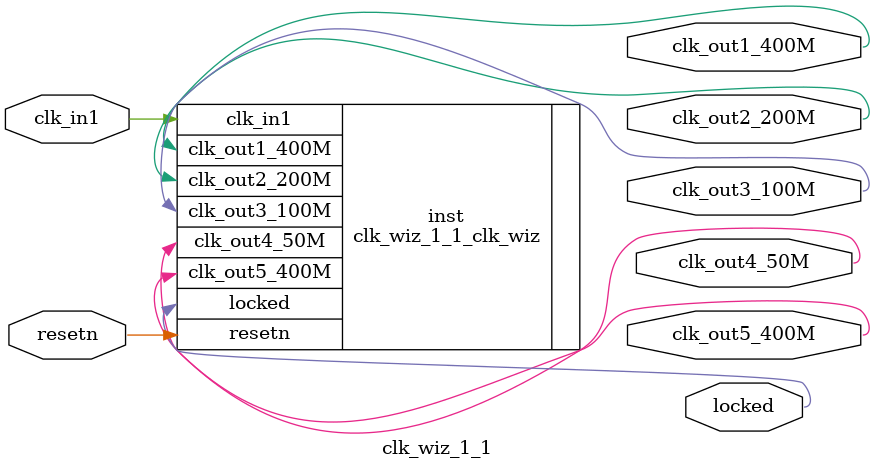
<source format=v>


`timescale 1ps/1ps

(* CORE_GENERATION_INFO = "clk_wiz_1_1,clk_wiz_v5_4_3_0,{component_name=clk_wiz_1_1,use_phase_alignment=true,use_min_o_jitter=true,use_max_i_jitter=false,use_dyn_phase_shift=false,use_inclk_switchover=false,use_dyn_reconfig=false,enable_axi=0,feedback_source=FDBK_AUTO,PRIMITIVE=PLL,num_out_clk=5,clkin1_period=5.000,clkin2_period=10.0,use_power_down=false,use_reset=true,use_locked=true,use_inclk_stopped=false,feedback_type=SINGLE,CLOCK_MGR_TYPE=NA,manual_override=false}" *)

module clk_wiz_1_1 
 (
  // Clock out ports
  output        clk_out1_400M,
  output        clk_out2_200M,
  output        clk_out3_100M,
  output        clk_out4_50M,
  output        clk_out5_400M,
  // Status and control signals
  input         resetn,
  output        locked,
 // Clock in ports
  input         clk_in1
 );

  clk_wiz_1_1_clk_wiz inst
  (
  // Clock out ports  
  .clk_out1_400M(clk_out1_400M),
  .clk_out2_200M(clk_out2_200M),
  .clk_out3_100M(clk_out3_100M),
  .clk_out4_50M(clk_out4_50M),
  .clk_out5_400M(clk_out5_400M),
  // Status and control signals               
  .resetn(resetn), 
  .locked(locked),
 // Clock in ports
  .clk_in1(clk_in1)
  );

endmodule

</source>
